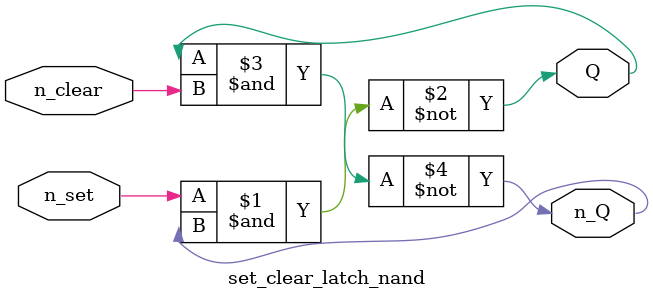
<source format=v>
module set_clear_latch_nand(n_set, n_clear, Q, n_Q);
input n_set, n_clear;
output Q, n_Q;
nand nand_1(Q, n_set, n_Q); //instantiate nand_1
nand nand_2(n_Q, Q, n_clear); //instantiate nand_2
endmodule
</source>
